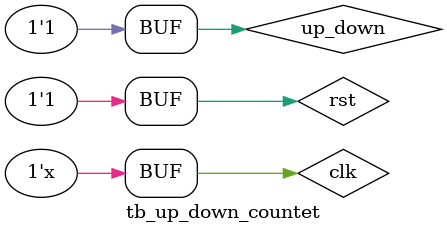
<source format=v>
`timescale 1ns/1ps
module tb_up_down_countet;
parameter N = 4;
reg rst,clk;
reg up_down;
wire [N-1:0] count;

up_down_counter #(.N(4)) uut (.clk(clk), .rst(rst), .up_down(up_down), .count(count));

always #10 clk = ~clk;
initial begin
rst= 1'b1;
clk = 1'b0;
#10
rst = 1'b0;
#10
up_down = 1'b0;
#100;
up_down = 1'b1;
#100;
rst=1'b1;
#10;
end
endmodule


</source>
